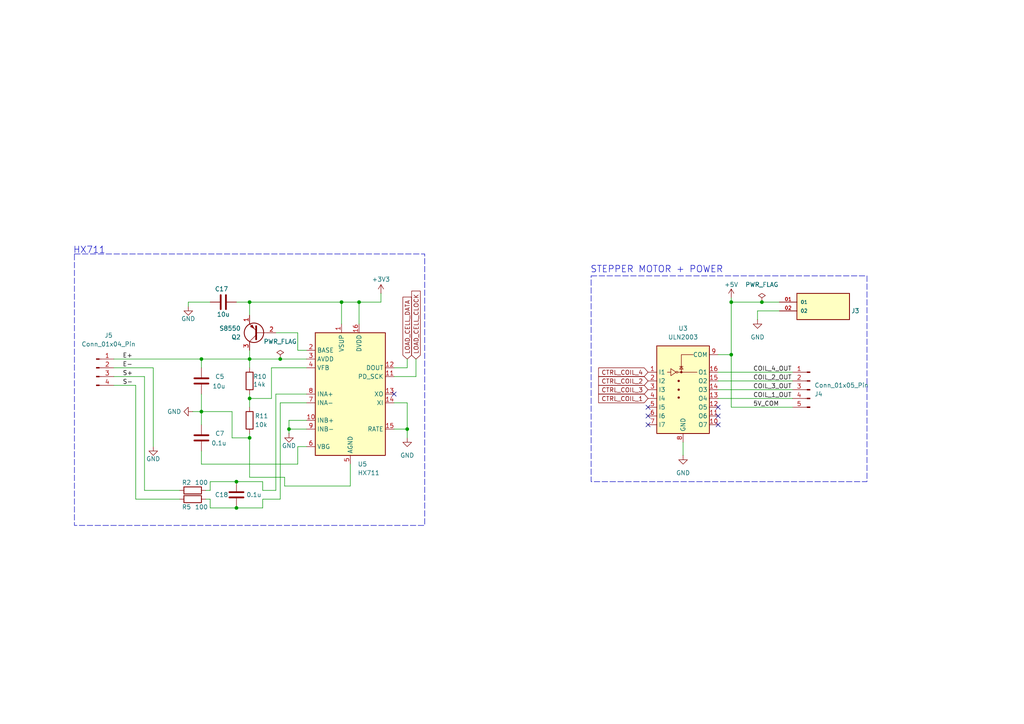
<source format=kicad_sch>
(kicad_sch (version 20250114) (generator "eeschema") (generator_version "9.0")
  (paper "A4")
  (lib_symbols
    (symbol "Analog_ADC:HX711"
      (property "Reference" "U" (at 5.08 21.59 0))
      (property "Value" "HX711" (at 7.62 19.05 0))
      (symbol "HX711_0_1"
        (rectangle (start -10.16 17.78) (end 10.16 -17.78) (stroke (width 0.254)) (fill (type background)))
      )
      (symbol "HX711_1_1"
        (pin passive line (at -12.7 12.7 0) (length 2.54) (name "BASE") (number "2"))
        (pin power_in line (at -12.7 10.16 0) (length 2.54) (name "AVDD") (number "3"))
        (pin input line (at -12.7 7.62 0) (length 2.54) (name "VFB") (number "4"))
        (pin input line (at -12.7 0 0) (length 2.54) (name "INA+") (number "8"))
        (pin input line (at -12.7 -2.54 0) (length 2.54) (name "INA-") (number "7"))
        (pin input line (at -12.7 -7.62 0) (length 2.54) (name "INB+") (number "10"))
        (pin input line (at -12.7 -10.16 0) (length 2.54) (name "INB-") (number "9"))
        (pin passive line (at -12.7 -15.24 0) (length 2.54) (name "VBG") (number "6"))
        (pin power_in line (at -2.54 20.32 270) (length 2.54) (name "VSUP") (number "1"))
        (pin power_in line (at 0 -20.32 90) (length 2.54) (name "AGND") (number "5"))
        (pin power_in line (at 2.54 20.32 270) (length 2.54) (name "DVDD") (number "16"))
        (pin output line (at 12.7 7.62 180) (length 2.54) (name "DOUT") (number "12"))
        (pin input line (at 12.7 5.08 180) (length 2.54) (name "PD_SCK") (number "11"))
        (pin passive line (at 12.7 0 180) (length 2.54) (name "XO") (number "13"))
        (pin passive line (at 12.7 -2.54 180) (length 2.54) (name "XI") (number "14"))
        (pin input line (at 12.7 -10.16 180) (length 2.54) (name "RATE") (number "15"))
      )
    )
    (symbol "Connector:Conn_01x04_Pin" (pin_names (offset 1.016) (hide yes))
      (property "Reference" "J" (at 0 5.08 0))
      (property "Value" "Conn_01x04_Pin" (at 0 -7.62 0))
      (symbol "Conn_01x04_Pin_1_1"
        (rectangle (start 0.8636 2.667) (end 0 2.413) (stroke (width 0.1524)) (fill (type outline)))
        (rectangle (start 0.8636 0.127) (end 0 -0.127) (stroke (width 0.1524)) (fill (type outline)))
        (rectangle (start 0.8636 -2.413) (end 0 -2.667) (stroke (width 0.1524)) (fill (type outline)))
        (rectangle (start 0.8636 -4.953) (end 0 -5.207) (stroke (width 0.1524)) (fill (type outline)))
        (polyline (pts (xy 1.27 2.54) (xy 0.8636 2.54)) (stroke (width 0.1524)))
        (polyline (pts (xy 1.27 0) (xy 0.8636 0)) (stroke (width 0.1524)))
        (polyline (pts (xy 1.27 -2.54) (xy 0.8636 -2.54)) (stroke (width 0.1524)))
        (polyline (pts (xy 1.27 -5.08) (xy 0.8636 -5.08)) (stroke (width 0.1524)))
        (pin passive line (at 5.08 2.54 180) (length 3.81) (name "Pin_1") (number "1"))
        (pin passive line (at 5.08 0 180) (length 3.81) (name "Pin_2") (number "2"))
        (pin passive line (at 5.08 -2.54 180) (length 3.81) (name "Pin_3") (number "3"))
        (pin passive line (at 5.08 -5.08 180) (length 3.81) (name "Pin_4") (number "4"))
      )
    )
    (symbol "Connector:Conn_01x05_Pin" (pin_names (offset 1.016) (hide yes))
      (property "Reference" "J" (at 0 7.62 0))
      (property "Value" "Conn_01x05_Pin" (at 0 -7.62 0))
      (symbol "Conn_01x05_Pin_1_1"
        (rectangle (start 0.8636 5.207) (end 0 4.953) (stroke (width 0.1524)) (fill (type outline)))
        (rectangle (start 0.8636 2.667) (end 0 2.413) (stroke (width 0.1524)) (fill (type outline)))
        (rectangle (start 0.8636 0.127) (end 0 -0.127) (stroke (width 0.1524)) (fill (type outline)))
        (rectangle (start 0.8636 -2.413) (end 0 -2.667) (stroke (width 0.1524)) (fill (type outline)))
        (rectangle (start 0.8636 -4.953) (end 0 -5.207) (stroke (width 0.1524)) (fill (type outline)))
        (polyline (pts (xy 1.27 5.08) (xy 0.8636 5.08)) (stroke (width 0.1524)))
        (polyline (pts (xy 1.27 2.54) (xy 0.8636 2.54)) (stroke (width 0.1524)))
        (polyline (pts (xy 1.27 0) (xy 0.8636 0)) (stroke (width 0.1524)))
        (polyline (pts (xy 1.27 -2.54) (xy 0.8636 -2.54)) (stroke (width 0.1524)))
        (polyline (pts (xy 1.27 -5.08) (xy 0.8636 -5.08)) (stroke (width 0.1524)))
        (pin passive line (at 5.08 5.08 180) (length 3.81) (name "Pin_1") (number "1"))
        (pin passive line (at 5.08 2.54 180) (length 3.81) (name "Pin_2") (number "2"))
        (pin passive line (at 5.08 0 180) (length 3.81) (name "Pin_3") (number "3"))
        (pin passive line (at 5.08 -2.54 180) (length 3.81) (name "Pin_4") (number "4"))
        (pin passive line (at 5.08 -5.08 180) (length 3.81) (name "Pin_5") (number "5"))
      )
    )
    (symbol "Device:C" (pin_numbers (hide yes)) (pin_names (offset 0.254))
      (property "Reference" "C" (at 0.635 2.54 0))
      (property "Value" "C" (at 0.635 -2.54 0))
      (symbol "C_0_1"
        (polyline (pts (xy -2.032 0.762) (xy 2.032 0.762)) (stroke (width 0.508)))
        (polyline (pts (xy -2.032 -0.762) (xy 2.032 -0.762)) (stroke (width 0.508)))
      )
      (symbol "C_1_1"
        (pin passive line (at 0 3.81 270) (length 2.794) (name "~") (number "1"))
        (pin passive line (at 0 -3.81 90) (length 2.794) (name "~") (number "2"))
      )
    )
    (symbol "Device:R" (pin_numbers (hide yes)) (pin_names (offset 0))
      (property "Reference" "R" (at 2.032 0 90))
      (property "Value" "R" (at 0 0 90))
      (symbol "R_0_1"
        (rectangle (start -1.016 -2.54) (end 1.016 2.54) (stroke (width 0.254)))
      )
      (symbol "R_1_1"
        (pin passive line (at 0 3.81 270) (length 1.27) (name "~") (number "1"))
        (pin passive line (at 0 -3.81 90) (length 1.27) (name "~") (number "2"))
      )
    )
    (symbol "TS-102-T-A:TS-102-T-A" (pin_names (offset 1.016))
      (property "Reference" "J" (at -8.12 5.08 0))
      (property "Value" "TS-102-T-A" (at -7.62 -5.08 0))
      (symbol "TS-102-T-A_0_0"
        (rectangle (start -7.62 -2.54) (end 7.62 5.08) (stroke (width 0.254)) (fill (type background)))
        (pin passive line (at -12.7 2.54 0) (length 5.08) (name "01") (number "01"))
        (pin passive line (at -12.7 0 0) (length 5.08) (name "02") (number "02"))
      )
    )
    (symbol "Transistor_Array:ULN2003"
      (property "Reference" "U" (at 0 15.875 0))
      (property "Value" "ULN2003" (at 0 13.97 0))
      (symbol "ULN2003_0_1"
        (rectangle (start -7.62 -12.7) (end 7.62 12.7) (stroke (width 0.254)) (fill (type background)))
        (polyline (pts (xy -4.572 5.08) (xy -3.556 5.08)))
        (polyline (pts (xy -3.556 6.096) (xy -3.556 4.064) (xy -2.032 5.08) (xy -3.556 6.096)))
        (circle (center -1.778 5.08) (radius 0.254))
        (polyline (pts (xy -1.524 5.08) (xy 4.064 5.08)))
        (circle (center -1.27 2.54) (radius 0.254) (fill (type outline)))
        (circle (center -1.27 0) (radius 0.254) (fill (type outline)))
        (circle (center -1.27 -2.286) (radius 0.254) (fill (type outline)))
        (circle (center -0.508 5.08) (radius 0.254) (fill (type outline)))
        (polyline (pts (xy -0.508 5.08) (xy -0.508 10.16) (xy 2.921 10.16)))
        (polyline (pts (xy 0 6.731) (xy -1.016 6.731)))
        (polyline (pts (xy 0 5.969) (xy -1.016 5.969) (xy -0.508 6.731) (xy 0 5.969)))
      )
      (symbol "ULN2003_1_1"
        (pin input line (at -10.16 5.08 0) (length 2.54) (name "I1") (number "1"))
        (pin input line (at -10.16 2.54 0) (length 2.54) (name "I2") (number "2"))
        (pin input line (at -10.16 0 0) (length 2.54) (name "I3") (number "3"))
        (pin input line (at -10.16 -2.54 0) (length 2.54) (name "I4") (number "4"))
        (pin input line (at -10.16 -5.08 0) (length 2.54) (name "I5") (number "5"))
        (pin input line (at -10.16 -7.62 0) (length 2.54) (name "I6") (number "6"))
        (pin input line (at -10.16 -10.16 0) (length 2.54) (name "I7") (number "7"))
        (pin power_in line (at 0 -15.24 90) (length 2.54) (name "GND") (number "8"))
        (pin passive line (at 10.16 10.16 180) (length 2.54) (name "COM") (number "9"))
        (pin open_collector line (at 10.16 5.08 180) (length 2.54) (name "O1") (number "16"))
        (pin open_collector line (at 10.16 2.54 180) (length 2.54) (name "O2") (number "15"))
        (pin open_collector line (at 10.16 0 180) (length 2.54) (name "O3") (number "14"))
        (pin open_collector line (at 10.16 -2.54 180) (length 2.54) (name "O4") (number "13"))
        (pin open_collector line (at 10.16 -5.08 180) (length 2.54) (name "O5") (number "12"))
        (pin open_collector line (at 10.16 -7.62 180) (length 2.54) (name "O6") (number "11"))
        (pin open_collector line (at 10.16 -10.16 180) (length 2.54) (name "O7") (number "10"))
      )
    )
    (symbol "Transistor_BJT:S8550" (pin_names (offset 0) (hide yes))
      (property "Reference" "Q" (at 5.08 1.905 0))
      (property "Value" "S8550" (at 5.08 0 0))
      (symbol "S8550_0_1"
        (polyline (pts (xy -2.54 0) (xy 0.635 0)))
        (polyline (pts (xy 0.635 1.905) (xy 0.635 -1.905)) (stroke (width 0.508)))
        (polyline (pts (xy 0.635 0.635) (xy 2.54 2.54)))
        (polyline (pts (xy 0.635 -0.635) (xy 2.54 -2.54)))
        (circle (center 1.27 0) (radius 2.8194) (stroke (width 0.254)))
        (polyline (pts (xy 2.286 -1.778) (xy 1.778 -2.286) (xy 1.27 -1.27) (xy 2.286 -1.778)) (fill (type outline)))
      )
      (symbol "S8550_1_1"
        (pin input line (at -5.08 0 0) (length 2.54) (name "B") (number "2"))
        (pin passive line (at 2.54 5.08 270) (length 2.54) (name "C") (number "3"))
        (pin passive line (at 2.54 -5.08 90) (length 2.54) (name "E") (number "1"))
      )
    )
    (symbol "power:+3V3" (power) (pin_numbers (hide yes)) (pin_names (offset 0) (hide yes))
      (property "Value" "+3V3" (at 0 3.556 0))
      (symbol "+3V3_0_1"
        (polyline (pts (xy -0.762 1.27) (xy 0 2.54)))
        (polyline (pts (xy 0 2.54) (xy 0.762 1.27)))
        (polyline (pts (xy 0 0) (xy 0 2.54)))
      )
      (symbol "+3V3_1_1"
        (pin power_in line (at 0 0 90) (length 0) (name "~") (number "1"))
      )
    )
    (symbol "power:+5V" (power) (pin_numbers (hide yes)) (pin_names (offset 0) (hide yes))
      (property "Value" "+5V" (at 0 3.556 0))
      (symbol "+5V_0_1"
        (polyline (pts (xy -0.762 1.27) (xy 0 2.54)))
        (polyline (pts (xy 0 2.54) (xy 0.762 1.27)))
        (polyline (pts (xy 0 0) (xy 0 2.54)))
      )
      (symbol "+5V_1_1"
        (pin power_in line (at 0 0 90) (length 0) (name "~") (number "1"))
      )
    )
    (symbol "power:GND" (power) (pin_numbers (hide yes)) (pin_names (offset 0) (hide yes))
      (property "Value" "GND" (at 0 -3.81 0))
      (symbol "GND_0_1"
        (polyline (pts (xy 0 0) (xy 0 -1.27) (xy 1.27 -1.27) (xy 0 -2.54) (xy -1.27 -1.27) (xy 0 -1.27)))
      )
      (symbol "GND_1_1"
        (pin power_in line (at 0 0 270) (length 0) (name "~") (number "1"))
      )
    )
    (symbol "power:PWR_FLAG" (power) (pin_numbers (hide yes)) (pin_names (offset 0) (hide yes))
      (property "Value" "PWR_FLAG" (at 0 3.81 0))
      (symbol "PWR_FLAG_0_0"
        (pin power_out line (at 0 0 90) (length 0) (name "~") (number "1"))
      )
      (symbol "PWR_FLAG_0_1"
        (polyline (pts (xy 0 0) (xy 0 1.27) (xy -1.016 1.905) (xy 0 2.54) (xy 1.016 1.905) (xy 0 1.27)))
      )
    )
  )
  (rectangle (start 21.59 73.66) (end 123.19 152.4) (stroke (width 0) (type dash)))
  (rectangle (start 171.45 80.01) (end 251.46 139.7) (stroke (width 0) (type dash)))
  (text "HX711" (at 25.908 72.644 0) (effects (font (size 1.905 1.905))))
  (text "STEPPER MOTOR + POWER" (at 190.5 78.232 0) (effects (font (size 1.905 1.905))))
  (junction (at 72.39 104.14))
  (junction (at 118.11 124.46))
  (junction (at 220.98 87.63))
  (junction (at 58.42 104.14))
  (junction (at 72.39 127))
  (junction (at 68.58 139.7))
  (junction (at 81.28 104.14))
  (junction (at 83.82 124.46))
  (junction (at 72.39 115.57))
  (junction (at 58.42 119.38))
  (junction (at 212.09 102.87))
  (junction (at 68.58 147.32))
  (junction (at 104.14 87.63))
  (junction (at 72.39 87.63))
  (junction (at 212.09 87.63))
  (junction (at 99.06 87.63))
  (no_connect (at 114.3 114.3))
  (no_connect (at 187.96 123.19))
  (no_connect (at 187.96 118.11))
  (no_connect (at 208.28 118.11))
  (no_connect (at 208.28 120.65))
  (no_connect (at 208.28 123.19))
  (no_connect (at 187.96 120.65))
  (wire (pts (xy 83.82 124.46) (xy 88.9 124.46)))
  (wire (pts (xy 212.09 118.11) (xy 212.09 102.87)))
  (wire (pts (xy 114.3 124.46) (xy 118.11 124.46)))
  (wire (pts (xy 58.42 104.14) (xy 58.42 106.68)))
  (wire (pts (xy 76.2 147.32) (xy 76.2 144.78)))
  (wire (pts (xy 39.37 111.76) (xy 39.37 144.78)))
  (wire (pts (xy 72.39 104.14) (xy 72.39 106.68)))
  (wire (pts (xy 212.09 118.11) (xy 229.87 118.11)))
  (wire (pts (xy 76.2 144.78) (xy 81.28 144.78)))
  (wire (pts (xy 58.42 119.38) (xy 58.42 123.19)))
  (wire (pts (xy 110.49 87.63) (xy 110.49 85.09)))
  (wire (pts (xy 83.82 124.46) (xy 83.82 125.73)))
  (wire (pts (xy 212.09 87.63) (xy 220.98 87.63)))
  (wire (pts (xy 99.06 93.98) (xy 99.06 87.63)))
  (wire (pts (xy 68.58 139.7) (xy 76.2 139.7)))
  (wire (pts (xy 86.36 101.6) (xy 88.9 101.6)))
  (wire (pts (xy 60.96 139.7) (xy 68.58 139.7)))
  (wire (pts (xy 83.82 121.92) (xy 83.82 124.46)))
  (wire (pts (xy 55.88 119.38) (xy 58.42 119.38)))
  (wire (pts (xy 208.28 110.49) (xy 229.87 110.49)))
  (wire (pts (xy 82.55 138.43) (xy 82.55 140.97)))
  (wire (pts (xy 72.39 115.57) (xy 72.39 118.11)))
  (wire (pts (xy 58.42 104.14) (xy 72.39 104.14)))
  (wire (pts (xy 198.12 128.27) (xy 198.12 132.08)))
  (wire (pts (xy 208.28 113.03) (xy 229.87 113.03)))
  (wire (pts (xy 81.28 116.84) (xy 88.9 116.84)))
  (wire (pts (xy 219.71 90.17) (xy 226.06 90.17)))
  (wire (pts (xy 58.42 130.81) (xy 58.42 134.62)))
  (wire (pts (xy 212.09 86.36) (xy 212.09 87.63)))
  (wire (pts (xy 58.42 119.38) (xy 67.31 119.38)))
  (wire (pts (xy 72.39 125.73) (xy 72.39 127)))
  (wire (pts (xy 80.01 142.24) (xy 80.01 114.3)))
  (wire (pts (xy 82.55 140.97) (xy 101.6 140.97)))
  (wire (pts (xy 208.28 107.95) (xy 229.87 107.95)))
  (wire (pts (xy 86.36 96.52) (xy 86.36 101.6)))
  (wire (pts (xy 81.28 144.78) (xy 81.28 116.84)))
  (wire (pts (xy 114.3 109.22) (xy 120.65 109.22)))
  (wire (pts (xy 220.98 87.63) (xy 226.06 87.63)))
  (wire (pts (xy 68.58 147.32) (xy 76.2 147.32)))
  (wire (pts (xy 60.96 142.24) (xy 60.96 139.7)))
  (wire (pts (xy 80.01 96.52) (xy 86.36 96.52)))
  (wire (pts (xy 104.14 87.63) (xy 110.49 87.63)))
  (wire (pts (xy 60.96 87.63) (xy 54.61 87.63)))
  (wire (pts (xy 86.36 129.54) (xy 86.36 134.62)))
  (wire (pts (xy 59.69 142.24) (xy 60.96 142.24)))
  (wire (pts (xy 104.14 87.63) (xy 104.14 93.98)))
  (wire (pts (xy 44.45 106.68) (xy 44.45 129.54)))
  (wire (pts (xy 76.2 139.7) (xy 76.2 142.24)))
  (wire (pts (xy 88.9 129.54) (xy 86.36 129.54)))
  (wire (pts (xy 33.02 106.68) (xy 44.45 106.68)))
  (wire (pts (xy 212.09 87.63) (xy 212.09 102.87)))
  (wire (pts (xy 208.28 115.57) (xy 229.87 115.57)))
  (wire (pts (xy 114.3 116.84) (xy 118.11 116.84)))
  (wire (pts (xy 99.06 87.63) (xy 104.14 87.63)))
  (wire (pts (xy 58.42 134.62) (xy 86.36 134.62)))
  (wire (pts (xy 88.9 106.68) (xy 78.74 106.68)))
  (wire (pts (xy 60.96 147.32) (xy 68.58 147.32)))
  (wire (pts (xy 118.11 124.46) (xy 118.11 127)))
  (wire (pts (xy 78.74 115.57) (xy 72.39 115.57)))
  (wire (pts (xy 80.01 114.3) (xy 88.9 114.3)))
  (wire (pts (xy 72.39 104.14) (xy 81.28 104.14)))
  (wire (pts (xy 41.91 142.24) (xy 52.07 142.24)))
  (wire (pts (xy 33.02 109.22) (xy 41.91 109.22)))
  (wire (pts (xy 72.39 138.43) (xy 82.55 138.43)))
  (wire (pts (xy 60.96 144.78) (xy 60.96 147.32)))
  (wire (pts (xy 88.9 121.92) (xy 83.82 121.92)))
  (wire (pts (xy 118.11 116.84) (xy 118.11 124.46)))
  (wire (pts (xy 41.91 109.22) (xy 41.91 142.24)))
  (wire (pts (xy 58.42 114.3) (xy 58.42 119.38)))
  (wire (pts (xy 72.39 87.63) (xy 99.06 87.63)))
  (wire (pts (xy 59.69 144.78) (xy 60.96 144.78)))
  (wire (pts (xy 76.2 142.24) (xy 80.01 142.24)))
  (wire (pts (xy 81.28 104.14) (xy 88.9 104.14)))
  (wire (pts (xy 212.09 102.87) (xy 208.28 102.87)))
  (wire (pts (xy 67.31 127) (xy 72.39 127)))
  (wire (pts (xy 118.11 106.68) (xy 118.11 104.14)))
  (wire (pts (xy 39.37 144.78) (xy 52.07 144.78)))
  (wire (pts (xy 101.6 134.62) (xy 101.6 140.97)))
  (wire (pts (xy 68.58 87.63) (xy 72.39 87.63)))
  (wire (pts (xy 33.02 104.14) (xy 58.42 104.14)))
  (wire (pts (xy 72.39 127) (xy 72.39 138.43)))
  (wire (pts (xy 72.39 101.6) (xy 72.39 104.14)))
  (wire (pts (xy 78.74 106.68) (xy 78.74 115.57)))
  (wire (pts (xy 72.39 114.3) (xy 72.39 115.57)))
  (wire (pts (xy 120.65 109.22) (xy 120.65 104.14)))
  (wire (pts (xy 39.37 111.76) (xy 33.02 111.76)))
  (wire (pts (xy 67.31 119.38) (xy 67.31 127)))
  (wire (pts (xy 72.39 87.63) (xy 72.39 91.44)))
  (wire (pts (xy 114.3 106.68) (xy 118.11 106.68)))
  (wire (pts (xy 54.61 87.63) (xy 54.61 88.9)))
  (wire (pts (xy 219.71 90.17) (xy 219.71 92.71)))
  (label "S-" (at 35.56 111.76 0))
  (label "S+" (at 35.56 109.22 0))
  (label "COIL_1_OUT" (at 218.44 115.57 0))
  (label "COIL_4_OUT" (at 218.44 107.95 0))
  (label "E-" (at 35.56 106.68 0))
  (label "E+" (at 35.56 104.14 0))
  (label "COIL_3_OUT" (at 218.44 113.03 0))
  (label "COIL_2_OUT" (at 218.44 110.49 0))
  (label "5V_COM" (at 218.44 118.11 0))
  (global_label "CTRL_COIL_1" (shape input) (at 187.96 115.57 180) (property "Intersheetrefs" "${INTERSHEET_REFS}" (effects (hide yes))))
  (global_label "LOAD_CELL_DATA" (shape input) (at 118.11 104.14 90) (property "Intersheetrefs" "${INTERSHEET_REFS}" (effects (hide yes))))
  (global_label "CTRL_COIL_4" (shape input) (at 187.96 107.95 180) (property "Intersheetrefs" "${INTERSHEET_REFS}" (effects (hide yes))))
  (global_label "LOAD_CELL_CLOCK" (shape input) (at 120.65 104.14 90) (property "Intersheetrefs" "${INTERSHEET_REFS}" (effects (hide yes))))
  (global_label "CTRL_COIL_2" (shape input) (at 187.96 110.49 180) (property "Intersheetrefs" "${INTERSHEET_REFS}" (effects (hide yes))))
  (global_label "CTRL_COIL_3" (shape input) (at 187.96 113.03 180) (property "Intersheetrefs" "${INTERSHEET_REFS}" (effects (hide yes))))
  (symbol (lib_id "power:+3V3") (at 110.49 85.09 0) (unit 1)
    (property "Reference" "#PWR030" (effects (hide yes)))
    (property "Value" "+3V3" (at 110.49 81.026 0))
    (property "Description" "Power symbol creates a global label with name \"+3V3\"" (effects (hide yes)))
  )
  (symbol (lib_id "Device:C") (at 58.42 127 0) (mirror y) (unit 1)
    (property "Reference" "C7" (at 63.754 125.73 0))
    (property "Value" "0.1u" (at 63.5 128.524 0))
    (property "Footprint" "Capacitor_SMD:C_0402_1005Metric" (effects (hide yes)))
    (property "Description" "Unpolarized capacitor" (effects (hide yes)))
  )
  (symbol (lib_id "Connector:Conn_01x04_Pin") (at 27.94 106.68 0) (unit 1)
    (property "Reference" "J5" (at 31.496 97.282 0))
    (property "Value" "Conn_01x04_Pin" (at 31.496 99.822 0))
    (property "Footprint" "KiCad:250104" (effects (hide yes)))
    (property "Description" "Generic connector, single row, 01x04, script generated" (effects (hide yes)))
  )
  (symbol (lib_id "Device:C") (at 58.42 110.49 0) (mirror y) (unit 1)
    (property "Reference" "C5" (at 63.754 109.22 0))
    (property "Value" "10u" (at 63.5 112.014 0))
    (property "Footprint" "Capacitor_SMD:C_0603_1608Metric" (effects (hide yes)))
    (property "Description" "Unpolarized capacitor" (effects (hide yes)))
  )
  (symbol (lib_id "power:GND") (at 219.71 92.71 0) (unit 1)
    (property "Reference" "#PWR023" (effects (hide yes)))
    (property "Value" "GND" (at 219.71 97.79 0))
    (property "Description" "Power symbol creates a global label with name \"GND\" , ground" (effects (hide yes)))
  )
  (symbol (lib_id "TS-102-T-A:TS-102-T-A") (at 238.76 90.17 0) (unit 1)
    (property "Reference" "J3" (at 246.888 90.17 0) (effects (justify left)))
    (property "Value" "TS-102-T-A" (effects (hide yes)))
    (property "Footprint" "TS_102_T_A:SAMTEC_TS-102-T-A" (effects (hide yes)))
    (property "PARTREV" "R" (effects (hide yes)))
    (property "STANDARD" "Manufacturer Recommendations" (effects (hide yes)))
    (property "MANUFACTURER" "Samtec Inc." (effects (hide yes)))
  )
  (symbol (lib_id "Connector:Conn_01x05_Pin") (at 234.95 113.03 0) (mirror y) (unit 1)
    (property "Reference" "J4" (at 236.22 114.3001 0) (effects (justify right)))
    (property "Value" "Conn_01x05_Pin" (at 236.22 111.7601 0) (effects (justify right)))
    (property "Footprint" "B5B_XH_A-2:JST_B5B-XH-A" (effects (hide yes)))
    (property "Description" "Generic connector, single row, 01x05, script generated" (effects (hide yes)))
  )
  (symbol (lib_id "power:PWR_FLAG") (at 81.28 104.14 0) (unit 1)
    (property "Reference" "#FLG05" (effects (hide yes)))
    (property "Value" "PWR_FLAG" (at 81.28 99.06 0))
    (property "Description" "Special symbol for telling ERC where power comes from" (effects (hide yes)))
  )
  (symbol (lib_id "Device:R") (at 55.88 144.78 270) (mirror x) (unit 1)
    (property "Reference" "R5" (at 54.102 147.066 90))
    (property "Value" "100" (at 58.42 147.066 90))
    (property "Footprint" "Resistor_SMD:R_0603_1608Metric" (effects (hide yes)))
    (property "Description" "Resistor" (effects (hide yes)))
  )
  (symbol (lib_id "Device:R") (at 55.88 142.24 270) (unit 1)
    (property "Reference" "R2" (at 54.102 139.954 90))
    (property "Value" "100" (at 58.42 139.954 90))
    (property "Footprint" "Resistor_SMD:R_0603_1608Metric" (effects (hide yes)))
    (property "Description" "Resistor" (effects (hide yes)))
  )
  (symbol (lib_id "Device:C") (at 64.77 87.63 90) (mirror x) (unit 1)
    (property "Reference" "C17" (at 64.262 83.82 90))
    (property "Value" "10u" (at 64.77 91.186 90))
    (property "Footprint" "Capacitor_SMD:C_0603_1608Metric" (effects (hide yes)))
    (property "Description" "Unpolarized capacitor" (effects (hide yes)))
  )
  (symbol (lib_id "power:GND") (at 55.88 119.38 270) (unit 1)
    (property "Reference" "#PWR028" (effects (hide yes)))
    (property "Value" "GND" (at 52.578 119.38 90) (effects (justify right)))
    (property "Description" "Power symbol creates a global label with name \"GND\" , ground" (effects (hide yes)))
  )
  (symbol (lib_id "Device:R") (at 72.39 110.49 0) (unit 1)
    (property "Reference" "R10" (at 73.406 109.22 0) (effects (justify left)))
    (property "Value" "14k" (at 73.406 111.506 0) (effects (justify left)))
    (property "Footprint" "Resistor_SMD:R_0603_1608Metric" (effects (hide yes)))
    (property "Description" "Resistor" (effects (hide yes)))
  )
  (symbol (lib_id "power:+5V") (at 212.09 86.36 0) (unit 1)
    (property "Reference" "#PWR024" (effects (hide yes)))
    (property "Value" "+5V" (at 212.09 82.55 0))
    (property "Description" "Power symbol creates a global label with name \"+5V\"" (effects (hide yes)))
  )
  (symbol (lib_id "Analog_ADC:HX711") (at 101.6 114.3 0) (unit 1)
    (property "Reference" "U5" (at 103.7433 134.62 0) (effects (justify left)))
    (property "Value" "HX711" (at 103.7433 137.16 0) (effects (justify left)))
    (property "Footprint" "Package_SO:SOP-16_3.9x9.9mm_P1.27mm" (effects (hide yes)))
    (property "Datasheet" "https://web.archive.org/web/20220615044707/https://akizukidenshi.com/download/ds/avia/hx711.pdf" (effects (hide yes)))
    (property "Description" "24-Bit Analog-to-Digital Converter (ADC) for Weight Scales" (effects (hide yes)))
  )
  (symbol (lib_id "Device:C") (at 68.58 143.51 0) (mirror y) (unit 1)
    (property "Reference" "C18" (at 64.262 143.51 0))
    (property "Value" "0.1u" (at 73.66 143.51 0))
    (property "Footprint" "Capacitor_SMD:C_0402_1005Metric" (effects (hide yes)))
    (property "Description" "Unpolarized capacitor" (effects (hide yes)))
  )
  (symbol (lib_id "Transistor_BJT:S8550") (at 74.93 96.52 180) (unit 1)
    (property "Reference" "Q2" (at 69.85 97.7901 0) (effects (justify left)))
    (property "Value" "S8550" (at 69.85 95.2501 0) (effects (justify left)))
    (property "Footprint" "bjt:SOT-23_MCC-L" (effects (hide yes)))
    (property "Datasheet" "http://www.unisonic.com.tw/datasheet/S8550.pdf" (effects (hide yes)))
    (property "Description" "0.7A Ic, 20V Vce, Low Voltage High Current PNP Transistor, TO-92" (effects (hide yes)))
  )
  (symbol (lib_id "power:GND") (at 83.82 125.73 0) (unit 1)
    (property "Reference" "#PWR029" (effects (hide yes)))
    (property "Value" "GND" (at 85.852 129.286 0) (effects (justify right)))
    (property "Description" "Power symbol creates a global label with name \"GND\" , ground" (effects (hide yes)))
  )
  (symbol (lib_id "Device:R") (at 72.39 121.92 0) (unit 1)
    (property "Reference" "R11" (at 73.914 120.65 0) (effects (justify left)))
    (property "Value" "10k" (at 73.914 123.19 0) (effects (justify left)))
    (property "Footprint" "Resistor_SMD:R_0603_1608Metric" (effects (hide yes)))
    (property "Description" "Resistor" (effects (hide yes)))
  )
  (symbol (lib_id "power:GND") (at 54.61 88.9 0) (unit 1)
    (property "Reference" "#PWR027" (effects (hide yes)))
    (property "Value" "GND" (at 56.642 92.456 0) (effects (justify right)))
    (property "Description" "Power symbol creates a global label with name \"GND\" , ground" (effects (hide yes)))
  )
  (symbol (lib_id "power:GND") (at 44.45 129.54 0) (unit 1)
    (property "Reference" "#PWR026" (effects (hide yes)))
    (property "Value" "GND" (at 46.482 133.096 0) (effects (justify right)))
    (property "Description" "Power symbol creates a global label with name \"GND\" , ground" (effects (hide yes)))
  )
  (symbol (lib_id "power:PWR_FLAG") (at 220.98 87.63 0) (unit 1)
    (property "Reference" "#FLG04" (effects (hide yes)))
    (property "Value" "PWR_FLAG" (at 220.98 82.55 0))
    (property "Description" "Special symbol for telling ERC where power comes from" (effects (hide yes)))
  )
  (symbol (lib_id "power:GND") (at 118.11 127 0) (unit 1)
    (property "Reference" "#PWR031" (effects (hide yes)))
    (property "Value" "GND" (at 118.11 132.08 0))
    (property "Description" "Power symbol creates a global label with name \"GND\" , ground" (effects (hide yes)))
  )
  (symbol (lib_id "power:GND") (at 198.12 132.08 0) (unit 1)
    (property "Reference" "#PWR021" (effects (hide yes)))
    (property "Value" "GND" (at 198.12 137.16 0))
    (property "Description" "Power symbol creates a global label with name \"GND\" , ground" (effects (hide yes)))
  )
  (symbol (lib_id "Transistor_Array:ULN2003") (at 198.12 113.03 0) (unit 1)
    (property "Reference" "U3" (at 198.12 95.25 0))
    (property "Value" "ULN2003" (at 198.12 97.79 0))
    (property "Footprint" "uln2003:SO-16_STM-M" (effects (hide yes)))
    (property "Datasheet" "http://www.ti.com/lit/ds/symlink/uln2003a.pdf" (effects (hide yes)))
    (property "Description" "High Voltage, High Current Darlington Transistor Arrays, SOIC16/SOIC16W/DIP16/TSSOP16" (effects (hide yes)))
  )
)
</source>
